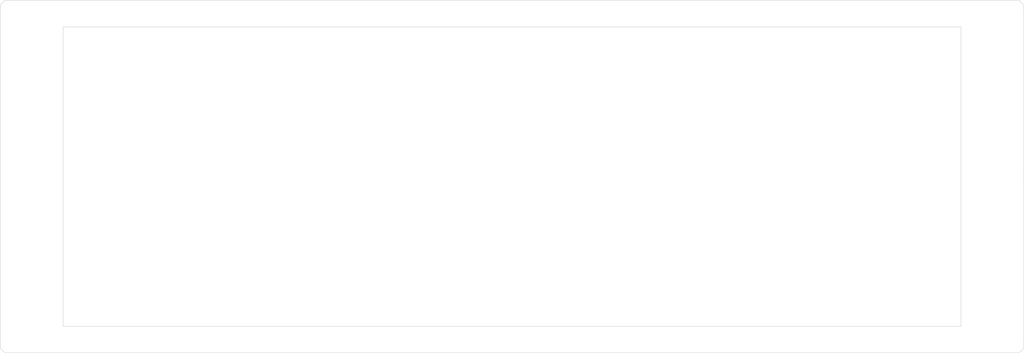
<source format=kicad_pcb>
(kicad_pcb (version 20171130) (host pcbnew "(5.1.10)-1")

  (general
    (thickness 1.6)
    (drawings 20)
    (tracks 0)
    (zones 0)
    (modules 10)
    (nets 1)
  )

  (page A4)
  (layers
    (0 F.Cu signal)
    (31 B.Cu signal)
    (32 B.Adhes user)
    (33 F.Adhes user)
    (34 B.Paste user)
    (35 F.Paste user)
    (36 B.SilkS user)
    (37 F.SilkS user)
    (38 B.Mask user)
    (39 F.Mask user)
    (40 Dwgs.User user)
    (41 Cmts.User user)
    (42 Eco1.User user)
    (43 Eco2.User user)
    (44 Edge.Cuts user)
    (45 Margin user)
    (46 B.CrtYd user)
    (47 F.CrtYd user)
    (48 B.Fab user)
    (49 F.Fab user)
  )

  (setup
    (last_trace_width 0.25)
    (user_trace_width 0.5)
    (user_trace_width 0.5)
    (user_trace_width 0.5)
    (user_trace_width 0.5)
    (trace_clearance 0.2)
    (zone_clearance 0.508)
    (zone_45_only no)
    (trace_min 0)
    (via_size 0.8)
    (via_drill 0.4)
    (via_min_size 0.4)
    (via_min_drill 0.3)
    (uvia_size 0.3)
    (uvia_drill 0.1)
    (uvias_allowed no)
    (uvia_min_size 0.2)
    (uvia_min_drill 0.1)
    (edge_width 0.1)
    (segment_width 0.2)
    (pcb_text_width 0.3)
    (pcb_text_size 1.5 1.5)
    (mod_edge_width 0.15)
    (mod_text_size 1 1)
    (mod_text_width 0.15)
    (pad_size 1.524 1.524)
    (pad_drill 0)
    (pad_to_mask_clearance 0)
    (aux_axis_origin 0 0)
    (grid_origin 47.625 47.625)
    (visible_elements 7FFFFFFF)
    (pcbplotparams
      (layerselection 0x010f0_ffffffff)
      (usegerberextensions true)
      (usegerberattributes false)
      (usegerberadvancedattributes false)
      (creategerberjobfile false)
      (excludeedgelayer true)
      (linewidth 0.100000)
      (plotframeref false)
      (viasonmask false)
      (mode 1)
      (useauxorigin false)
      (hpglpennumber 1)
      (hpglpenspeed 20)
      (hpglpendiameter 15.000000)
      (psnegative false)
      (psa4output false)
      (plotreference true)
      (plotvalue true)
      (plotinvisibletext false)
      (padsonsilk false)
      (subtractmaskfromsilk false)
      (outputformat 1)
      (mirror false)
      (drillshape 0)
      (scaleselection 1)
      (outputdirectory "../../../../../../自キ設計_プライベート/発注/20220114/DZ60/"))
  )

  (net 0 "")

  (net_class Default "これはデフォルトのネット クラスです。"
    (clearance 0.2)
    (trace_width 0.25)
    (via_dia 0.8)
    (via_drill 0.4)
    (uvia_dia 0.3)
    (uvia_drill 0.1)
  )

  (module kbd_Hole:m2_Screw_Hole_EdgeCuts (layer F.Cu) (tedit 5DA73E67) (tstamp 60A2FDC4)
    (at 331.825 120.25)
    (descr "Mounting Hole 2.2mm, no annular, M2")
    (tags "mounting hole 2.2mm no annular m2")
    (path /629E70FB)
    (attr virtual)
    (fp_text reference J17 (at 0 -3.2) (layer F.Fab) hide
      (effects (font (size 1 1) (thickness 0.15)))
    )
    (fp_text value Conn_01x01 (at 0 3.2) (layer F.Fab) hide
      (effects (font (size 1 1) (thickness 0.15)))
    )
    (fp_text user %R (at 0.3 0) (layer F.Fab) hide
      (effects (font (size 1 1) (thickness 0.15)))
    )
    (fp_circle (center 0 0) (end 1.1 0) (layer Edge.Cuts) (width 0.01))
  )

  (module kbd_Hole:m2_Screw_Hole_EdgeCuts (layer F.Cu) (tedit 5DA73E67) (tstamp 60A2FDBE)
    (at 331.825 66.65)
    (descr "Mounting Hole 2.2mm, no annular, M2")
    (tags "mounting hole 2.2mm no annular m2")
    (path /629E70E7)
    (attr virtual)
    (fp_text reference J16 (at 0 -3.2) (layer F.Fab) hide
      (effects (font (size 1 1) (thickness 0.15)))
    )
    (fp_text value Conn_01x01 (at 0 3.2) (layer F.Fab) hide
      (effects (font (size 1 1) (thickness 0.15)))
    )
    (fp_text user %R (at 0.3 0) (layer F.Fab) hide
      (effects (font (size 1 1) (thickness 0.15)))
    )
    (fp_circle (center 0 0) (end 1.1 0) (layer Edge.Cuts) (width 0.01))
  )

  (module kbd_Hole:m2_Screw_Hole_EdgeCuts (layer F.Cu) (tedit 5DA73E67) (tstamp 60A2FDB8)
    (at 331.825 13.05)
    (descr "Mounting Hole 2.2mm, no annular, M2")
    (tags "mounting hole 2.2mm no annular m2")
    (path /5CC9EE7D)
    (attr virtual)
    (fp_text reference J15 (at 0 -3.2) (layer F.Fab) hide
      (effects (font (size 1 1) (thickness 0.15)))
    )
    (fp_text value Conn_01x01 (at 0 3.2) (layer F.Fab) hide
      (effects (font (size 1 1) (thickness 0.15)))
    )
    (fp_text user %R (at 0.3 0) (layer F.Fab) hide
      (effects (font (size 1 1) (thickness 0.15)))
    )
    (fp_circle (center 0 0) (end 1.1 0) (layer Edge.Cuts) (width 0.01))
  )

  (module kbd_Hole:m2_Screw_Hole_EdgeCuts (layer F.Cu) (tedit 5DA73E67) (tstamp 60A2FDB2)
    (at 234.325 120.25)
    (descr "Mounting Hole 2.2mm, no annular, M2")
    (tags "mounting hole 2.2mm no annular m2")
    (path /5CC48CD6)
    (attr virtual)
    (fp_text reference J14 (at 0 -3.2) (layer F.Fab) hide
      (effects (font (size 1 1) (thickness 0.15)))
    )
    (fp_text value Conn_01x01 (at 0 3.2) (layer F.Fab) hide
      (effects (font (size 1 1) (thickness 0.15)))
    )
    (fp_text user %R (at 0.3 0) (layer F.Fab) hide
      (effects (font (size 1 1) (thickness 0.15)))
    )
    (fp_circle (center 0 0) (end 1.1 0) (layer Edge.Cuts) (width 0.01))
  )

  (module kbd_Hole:m2_Screw_Hole_EdgeCuts (layer F.Cu) (tedit 5DA73E67) (tstamp 60A2FDAC)
    (at 108.575 120.25)
    (descr "Mounting Hole 2.2mm, no annular, M2")
    (tags "mounting hole 2.2mm no annular m2")
    (path /629102FD)
    (attr virtual)
    (fp_text reference J13 (at 0 -3.2) (layer F.Fab) hide
      (effects (font (size 1 1) (thickness 0.15)))
    )
    (fp_text value Conn_01x01 (at 0 3.2) (layer F.Fab) hide
      (effects (font (size 1 1) (thickness 0.15)))
    )
    (fp_text user %R (at 0.3 0) (layer F.Fab) hide
      (effects (font (size 1 1) (thickness 0.15)))
    )
    (fp_circle (center 0 0) (end 1.1 0) (layer Edge.Cuts) (width 0.01))
  )

  (module kbd_Hole:m2_Screw_Hole_EdgeCuts (layer F.Cu) (tedit 5DA73E67) (tstamp 60A2FDA6)
    (at 234.325 13.05)
    (descr "Mounting Hole 2.2mm, no annular, M2")
    (tags "mounting hole 2.2mm no annular m2")
    (path /629102E9)
    (attr virtual)
    (fp_text reference J12 (at 0 -3.2) (layer F.Fab) hide
      (effects (font (size 1 1) (thickness 0.15)))
    )
    (fp_text value Conn_01x01 (at 0 3.2) (layer F.Fab) hide
      (effects (font (size 1 1) (thickness 0.15)))
    )
    (fp_text user %R (at 0.3 0) (layer F.Fab) hide
      (effects (font (size 1 1) (thickness 0.15)))
    )
    (fp_circle (center 0 0) (end 1.1 0) (layer Edge.Cuts) (width 0.01))
  )

  (module kbd_Hole:m2_Screw_Hole_EdgeCuts (layer F.Cu) (tedit 5DA73E67) (tstamp 60A2FDA0)
    (at 108.575 13.05)
    (descr "Mounting Hole 2.2mm, no annular, M2")
    (tags "mounting hole 2.2mm no annular m2")
    (path /64540392)
    (attr virtual)
    (fp_text reference J11 (at 0 -3.2) (layer F.Fab) hide
      (effects (font (size 1 1) (thickness 0.15)))
    )
    (fp_text value Conn_01x01 (at 0 3.2) (layer F.Fab) hide
      (effects (font (size 1 1) (thickness 0.15)))
    )
    (fp_text user %R (at 0.3 0) (layer F.Fab) hide
      (effects (font (size 1 1) (thickness 0.15)))
    )
    (fp_circle (center 0 0) (end 1.1 0) (layer Edge.Cuts) (width 0.01))
  )

  (module kbd_Hole:m2_Screw_Hole_EdgeCuts (layer F.Cu) (tedit 5DA73E67) (tstamp 60A2FD9A)
    (at 11.075 120.25)
    (descr "Mounting Hole 2.2mm, no annular, M2")
    (tags "mounting hole 2.2mm no annular m2")
    (path /6454037E)
    (attr virtual)
    (fp_text reference J10 (at 0 -3.2) (layer F.Fab) hide
      (effects (font (size 1 1) (thickness 0.15)))
    )
    (fp_text value Conn_01x01 (at 0 3.2) (layer F.Fab) hide
      (effects (font (size 1 1) (thickness 0.15)))
    )
    (fp_text user %R (at 0.3 0) (layer F.Fab) hide
      (effects (font (size 1 1) (thickness 0.15)))
    )
    (fp_circle (center 0 0) (end 1.1 0) (layer Edge.Cuts) (width 0.01))
  )

  (module kbd_Hole:m2_Screw_Hole_EdgeCuts (layer F.Cu) (tedit 5DA73E67) (tstamp 60A2FD94)
    (at 11.075 66.65)
    (descr "Mounting Hole 2.2mm, no annular, M2")
    (tags "mounting hole 2.2mm no annular m2")
    (path /629E7105)
    (attr virtual)
    (fp_text reference J9 (at 0 -3.2) (layer F.Fab) hide
      (effects (font (size 1 1) (thickness 0.15)))
    )
    (fp_text value Conn_01x01 (at 0 3.2) (layer F.Fab) hide
      (effects (font (size 1 1) (thickness 0.15)))
    )
    (fp_text user %R (at 0.3 0) (layer F.Fab) hide
      (effects (font (size 1 1) (thickness 0.15)))
    )
    (fp_circle (center 0 0) (end 1.1 0) (layer Edge.Cuts) (width 0.01))
  )

  (module kbd_Hole:m2_Screw_Hole_EdgeCuts (layer F.Cu) (tedit 5DA73E67) (tstamp 60A2FD8E)
    (at 11.075 13.05)
    (descr "Mounting Hole 2.2mm, no annular, M2")
    (tags "mounting hole 2.2mm no annular m2")
    (path /629E70F1)
    (attr virtual)
    (fp_text reference J8 (at 0 -3.2) (layer F.Fab) hide
      (effects (font (size 1 1) (thickness 0.15)))
    )
    (fp_text value Conn_01x01 (at 0 3.2) (layer F.Fab) hide
      (effects (font (size 1 1) (thickness 0.15)))
    )
    (fp_text user %R (at 0.3 0) (layer F.Fab) hide
      (effects (font (size 1 1) (thickness 0.15)))
    )
    (fp_circle (center 0 0) (end 1.1 0) (layer Edge.Cuts) (width 0.01))
  )

  (gr_line (start 76.2 95.25) (end 76.2 114.3) (layer F.Fab) (width 0.15))
  (gr_line (start 57.15 95.25) (end 76.2 95.25) (layer F.Fab) (width 0.15))
  (gr_line (start 57.15 95.25) (end 57.15 114.3) (layer F.Fab) (width 0.15))
  (gr_line (start 28.575 95.25) (end 57.15 95.25) (layer F.Fab) (width 0.15))
  (gr_line (start 266.7 95.25) (end 266.7 114.3) (layer F.Fab) (width 0.15))
  (gr_line (start 285.75 95.25) (end 266.7 95.25) (layer F.Fab) (width 0.15))
  (gr_line (start 285.75 95.25) (end 285.75 114.3) (layer F.Fab) (width 0.15))
  (gr_line (start 314.325 95.25) (end 285.75 95.25) (layer F.Fab) (width 0.15))
  (gr_line (start 28.575 19.05) (end 314.325 19.05) (layer Edge.Cuts) (width 0.15))
  (gr_line (start 28.575 114.3) (end 28.575 19.05) (layer Edge.Cuts) (width 0.15))
  (gr_line (start 314.325 114.3) (end 28.575 114.3) (layer Edge.Cuts) (width 0.15))
  (gr_line (start 314.325 19.05) (end 314.325 114.3) (layer Edge.Cuts) (width 0.15))
  (gr_line (start 10.075 122.75) (end 8.575 121.25) (layer Edge.Cuts) (width 0.15) (tstamp 60883451))
  (gr_line (start 334.325 12.05) (end 332.825 10.55) (layer Edge.Cuts) (width 0.15) (tstamp 60883444))
  (gr_line (start 8.575 12.05) (end 10.075 10.55) (layer Edge.Cuts) (width 0.15) (tstamp 60883437))
  (gr_line (start 332.825 122.75) (end 334.325 121.25) (layer Edge.Cuts) (width 0.15))
  (gr_line (start 10.075 122.75) (end 332.825 122.75) (layer Edge.Cuts) (width 0.15))
  (gr_line (start 8.575 12.05) (end 8.575 121.25) (layer Edge.Cuts) (width 0.15))
  (gr_line (start 332.825 10.55) (end 10.075 10.55) (layer Edge.Cuts) (width 0.15))
  (gr_line (start 334.325 121.25) (end 334.325 12.05) (layer Edge.Cuts) (width 0.15))

)

</source>
